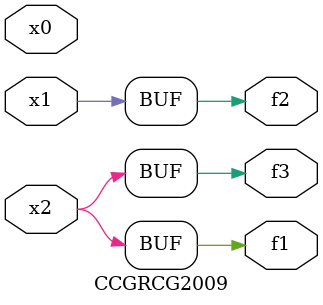
<source format=v>
module CCGRCG2009(
	input x0, x1, x2,
	output f1, f2, f3
);
	assign f1 = x2;
	assign f2 = x1;
	assign f3 = x2;
endmodule

</source>
